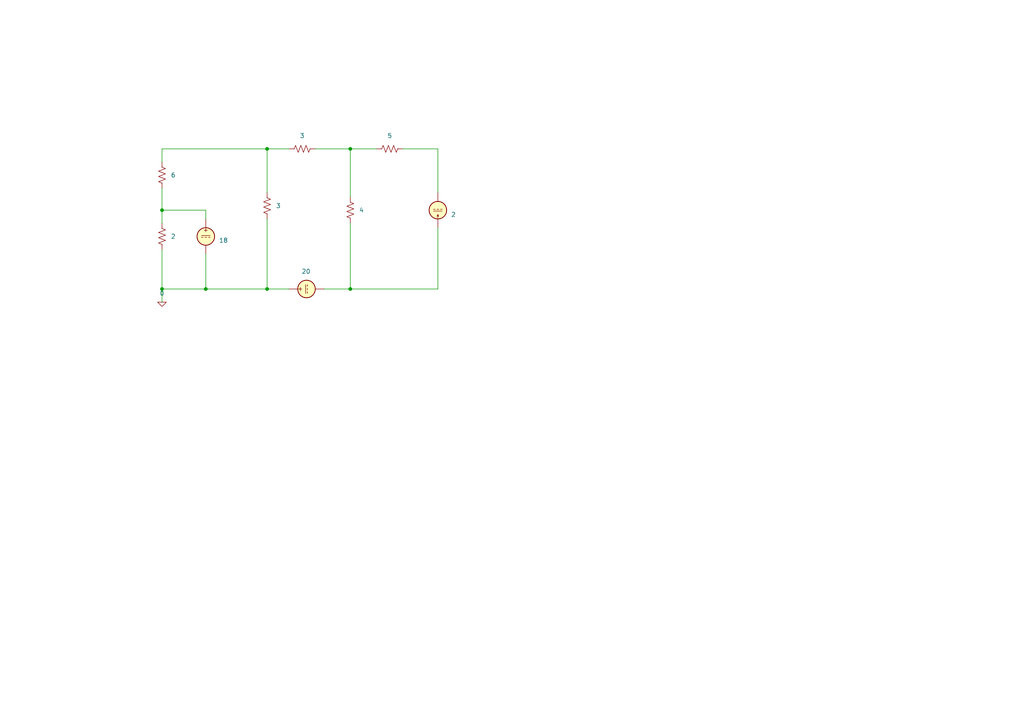
<source format=kicad_sch>
(kicad_sch (version 20250114) (generator "eeschema") (generator_version "9.0")
  (paper "A4")
  (lib_symbols
    (symbol "Device:R_US" (pin_numbers (hide yes)) (pin_names (offset 0))
      (property "Reference" "R" (at 2.54 0 90))
      (property "Value" "R_US" (at -2.54 0 90))
      (symbol "R_US_0_1"
        (polyline (pts (xy 0 2.286) (xy 0 2.54)))
        (polyline (pts (xy 0 2.286) (xy 1.016 1.905) (xy 0 1.524) (xy -1.016 1.143) (xy 0 0.762)))
        (polyline (pts (xy 0 0.762) (xy 1.016 0.381) (xy 0 0) (xy -1.016 -0.381) (xy 0 -0.762)))
        (polyline (pts (xy 0 -0.762) (xy 1.016 -1.143) (xy 0 -1.524) (xy -1.016 -1.905) (xy 0 -2.286)))
        (polyline (pts (xy 0 -2.286) (xy 0 -2.54)))
      )
      (symbol "R_US_1_1"
        (pin passive line (at 0 3.81 270) (length 1.27) (name "~") (number "1"))
        (pin passive line (at 0 -3.81 90) (length 1.27) (name "~") (number "2"))
      )
    )
    (symbol "R_US_1" (pin_numbers (hide yes)) (pin_names (offset 0))
      (property "Reference" "R" (at 2.54 0 90))
      (property "Value" "R_US" (at -2.54 0 90))
      (symbol "R_US_1_0_1"
        (polyline (pts (xy 0 2.286) (xy 0 2.54)))
        (polyline (pts (xy 0 2.286) (xy 1.016 1.905) (xy 0 1.524) (xy -1.016 1.143) (xy 0 0.762)))
        (polyline (pts (xy 0 0.762) (xy 1.016 0.381) (xy 0 0) (xy -1.016 -0.381) (xy 0 -0.762)))
        (polyline (pts (xy 0 -0.762) (xy 1.016 -1.143) (xy 0 -1.524) (xy -1.016 -1.905) (xy 0 -2.286)))
        (polyline (pts (xy 0 -2.286) (xy 0 -2.54)))
      )
      (symbol "R_US_1_1_1"
        (pin passive line (at 0 3.81 270) (length 1.27) (name "~") (number "1"))
        (pin passive line (at 0 -3.81 90) (length 1.27) (name "~") (number "2"))
      )
    )
    (symbol "Simulation_SPICE:0" (power) (pin_numbers (hide yes)) (pin_names (offset 0) (hide yes))
      (property "Value" "0" (at 0 -2.54 0))
      (symbol "0_0_1"
        (polyline (pts (xy -1.27 0) (xy 0 -1.27) (xy 1.27 0) (xy -1.27 0)))
      )
      (symbol "0_1_1"
        (pin power_in line (at 0 0 0) (length 0) (name "~") (number "1"))
      )
    )
    (symbol "Simulation_SPICE:IDC" (pin_numbers (hide yes)) (pin_names (offset 0.0254))
      (property "Reference" "I" (at 2.54 2.54 0))
      (property "Value" "1" (at 2.54 0 0))
      (symbol "IDC_0_0"
        (polyline (pts (xy -1.27 0.254) (xy 1.27 0.254)))
        (polyline (pts (xy -0.762 -0.254) (xy -1.27 -0.254)))
        (polyline (pts (xy 0.254 -0.254) (xy -0.254 -0.254)))
        (polyline (pts (xy 1.27 -0.254) (xy 0.762 -0.254)))
      )
      (symbol "IDC_0_1"
        (polyline (pts (xy -0.254 1.778) (xy 0 1.27) (xy 0.254 1.778)))
        (polyline (pts (xy 0 1.27) (xy 0 2.286)))
        (circle (center 0 0) (radius 2.54) (stroke (width 0.254)) (fill (type background)))
      )
      (symbol "IDC_1_1"
        (pin passive line (at 0 5.08 270) (length 2.54) (name "~") (number "1"))
        (pin passive line (at 0 -5.08 90) (length 2.54) (name "~") (number "2"))
      )
    )
    (symbol "Simulation_SPICE:VDC" (pin_numbers (hide yes)) (pin_names (offset 0.0254))
      (property "Reference" "V" (at 2.54 2.54 0))
      (property "Value" "1" (at 2.54 0 0))
      (symbol "VDC_0_0"
        (polyline (pts (xy -1.27 0.254) (xy 1.27 0.254)))
        (polyline (pts (xy -0.762 -0.254) (xy -1.27 -0.254)))
        (polyline (pts (xy 0.254 -0.254) (xy -0.254 -0.254)))
        (polyline (pts (xy 1.27 -0.254) (xy 0.762 -0.254)))
        (text "+" (at 0 1.905 0) (effects (font (size 1.27 1.27))))
      )
      (symbol "VDC_0_1"
        (circle (center 0 0) (radius 2.54) (stroke (width 0.254)) (fill (type background)))
      )
      (symbol "VDC_1_1"
        (pin passive line (at 0 5.08 270) (length 2.54) (name "~") (number "1"))
        (pin passive line (at 0 -5.08 90) (length 2.54) (name "~") (number "2"))
      )
    )
  )
  (junction (at 59.69 83.82))
  (junction (at 77.47 43.18))
  (junction (at 77.47 83.82))
  (junction (at 101.6 43.18))
  (junction (at 46.99 60.96))
  (junction (at 101.6 83.82))
  (junction (at 46.99 83.82))
  (wire (pts (xy 101.6 43.18) (xy 109.22 43.18)))
  (wire (pts (xy 46.99 83.82) (xy 46.99 87.63)))
  (wire (pts (xy 101.6 64.77) (xy 101.6 83.82)))
  (wire (pts (xy 46.99 46.99) (xy 46.99 43.18)))
  (wire (pts (xy 46.99 60.96) (xy 46.99 64.77)))
  (wire (pts (xy 77.47 83.82) (xy 59.69 83.82)))
  (wire (pts (xy 77.47 43.18) (xy 83.82 43.18)))
  (wire (pts (xy 116.84 43.18) (xy 127 43.18)))
  (wire (pts (xy 77.47 63.5) (xy 77.47 83.82)))
  (wire (pts (xy 127 66.04) (xy 127 83.82)))
  (wire (pts (xy 59.69 83.82) (xy 46.99 83.82)))
  (wire (pts (xy 127 43.18) (xy 127 55.88)))
  (wire (pts (xy 91.44 43.18) (xy 101.6 43.18)))
  (wire (pts (xy 59.69 63.5) (xy 59.69 60.96)))
  (wire (pts (xy 83.82 83.82) (xy 77.47 83.82)))
  (wire (pts (xy 127 83.82) (xy 101.6 83.82)))
  (wire (pts (xy 101.6 83.82) (xy 93.98 83.82)))
  (wire (pts (xy 59.69 73.66) (xy 59.69 83.82)))
  (wire (pts (xy 46.99 54.61) (xy 46.99 60.96)))
  (wire (pts (xy 77.47 43.18) (xy 77.47 55.88)))
  (wire (pts (xy 101.6 43.18) (xy 101.6 57.15)))
  (wire (pts (xy 46.99 72.39) (xy 46.99 83.82)))
  (wire (pts (xy 46.99 43.18) (xy 77.47 43.18)))
  (wire (pts (xy 59.69 60.96) (xy 46.99 60.96)))
  (symbol (lib_id "Simulation_SPICE:VDC") (at 59.69 68.58 0) (unit 1)
    (property "Reference" "V8" (effects (hide yes)))
    (property "Value" "18" (at 63.5 69.7201 0) (effects (justify left)))
    (property "Datasheet" "https://ngspice.sourceforge.io/docs/ngspice-html-manual/manual.xhtml#sec_Independent_Sources_for" (effects (hide yes)))
    (property "Description" "Voltage source, DC" (effects (hide yes)))
    (property "Sim.Pins" "1=+ 2=-" (effects (hide yes)))
    (property "Sim.Type" "DC" (effects (hide yes)))
    (property "Sim.Device" "V" (effects (hide yes)))
  )
  (symbol (lib_id "Simulation_SPICE:VDC") (at 88.9 83.82 90) (unit 1)
    (property "Reference" "V9" (effects (hide yes)))
    (property "Value" "20" (at 88.7702 78.74 90))
    (property "Datasheet" "https://ngspice.sourceforge.io/docs/ngspice-html-manual/manual.xhtml#sec_Independent_Sources_for" (effects (hide yes)))
    (property "Description" "Voltage source, DC" (effects (hide yes)))
    (property "Sim.Pins" "1=+ 2=-" (effects (hide yes)))
    (property "Sim.Type" "DC" (effects (hide yes)))
    (property "Sim.Device" "V" (effects (hide yes)))
  )
  (symbol (lib_id "Simulation_SPICE:0") (at 46.99 87.63 0) (unit 1)
    (property "Reference" "#GND05" (effects (hide yes)))
    (property "Value" "0" (at 46.99 85.09 0))
    (property "Datasheet" "https://ngspice.sourceforge.io/docs/ngspice-html-manual/manual.xhtml#subsec_Circuit_elements__device" (effects (hide yes)))
    (property "Description" "0V reference potential for simulation" (effects (hide yes)))
  )
  (symbol (lib_id "Simulation_SPICE:IDC") (at 127 60.96 180) (unit 1)
    (property "Reference" "I3" (effects (hide yes)))
    (property "Value" "2" (at 130.81 62.2299 0) (effects (justify right)))
    (property "Datasheet" "https://ngspice.sourceforge.io/docs/ngspice-html-manual/manual.xhtml#sec_Independent_Sources_for" (effects (hide yes)))
    (property "Description" "Current source, DC" (effects (hide yes)))
    (property "Sim.Pins" "1=+ 2=-" (effects (hide yes)))
    (property "Sim.Type" "DC" (effects (hide yes)))
    (property "Sim.Device" "I" (effects (hide yes)))
  )
  (symbol (lib_id "Device:R_US") (at 46.99 50.8 180) (unit 1)
    (property "Reference" "R14" (effects (hide yes)))
    (property "Value" "6" (at 49.53 50.7999 0) (effects (justify right)))
    (property "Description" "Resistor, US symbol" (effects (hide yes)))
  )
  (symbol (lib_id "Device:R_US") (at 113.03 43.18 270) (unit 1)
    (property "Reference" "R19" (effects (hide yes)))
    (property "Value" "5" (at 113.03 39.37 90))
    (property "Description" "Resistor, US symbol" (effects (hide yes)))
  )
  (symbol (lib_name "R_US_1") (lib_id "Device:R_US") (at 101.6 60.96 180) (unit 1)
    (property "Reference" "R17" (effects (hide yes)))
    (property "Value" "4" (at 104.14 60.9599 0) (effects (justify right)))
    (property "Description" "Resistor, US symbol" (effects (hide yes)))
  )
  (symbol (lib_id "Device:R_US") (at 77.47 59.69 180) (unit 1)
    (property "Reference" "R16" (effects (hide yes)))
    (property "Value" "3" (at 80.01 59.6899 0) (effects (justify right)))
    (property "Description" "Resistor, US symbol" (effects (hide yes)))
  )
  (symbol (lib_id "Device:R_US") (at 87.63 43.18 270) (unit 1)
    (property "Reference" "R18" (effects (hide yes)))
    (property "Value" "3" (at 87.63 39.37 90))
    (property "Description" "Resistor, US symbol" (effects (hide yes)))
  )
  (symbol (lib_id "Device:R_US") (at 46.99 68.58 180) (unit 1)
    (property "Reference" "R15" (effects (hide yes)))
    (property "Value" "2" (at 49.53 68.5799 0) (effects (justify right)))
    (property "Description" "Resistor, US symbol" (effects (hide yes)))
  )
)
</source>
